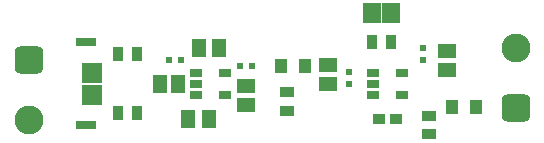
<source format=gbr>
%TF.GenerationSoftware,Altium Limited,Altium Designer,21.9.2 (33)*%
G04 Layer_Color=8388736*
%FSLAX45Y45*%
%MOMM*%
%TF.SameCoordinates,B38C24F6-9218-448E-869F-3EC4A9810878*%
%TF.FilePolarity,Negative*%
%TF.FileFunction,Soldermask,Top*%
%TF.Part,Single*%
G01*
G75*
%TA.AperFunction,SMDPad,CuDef*%
%ADD11R,0.90606X1.30981*%
%ADD12R,1.00000X1.25000*%
%ADD13R,1.30981X0.90606*%
%ADD14R,0.50000X0.50000*%
%ADD18R,0.50000X0.50000*%
%ADD21R,1.01708X0.94946*%
%TA.AperFunction,ComponentPad*%
%ADD31C,2.45320*%
G04:AMPARAMS|DCode=32|XSize=2.4532mm|YSize=2.4532mm|CornerRadius=0.6641mm|HoleSize=0mm|Usage=FLASHONLY|Rotation=270.000|XOffset=0mm|YOffset=0mm|HoleType=Round|Shape=RoundedRectangle|*
%AMROUNDEDRECTD32*
21,1,2.45320,1.12500,0,0,270.0*
21,1,1.12500,2.45320,0,0,270.0*
1,1,1.32820,-0.56250,-0.56250*
1,1,1.32820,-0.56250,0.56250*
1,1,1.32820,0.56250,0.56250*
1,1,1.32820,0.56250,-0.56250*
%
%ADD32ROUNDEDRECTD32*%
%TA.AperFunction,SMDPad,CuDef*%
%ADD33R,1.30320X1.60320*%
%ADD34R,0.85320X0.80320*%
%ADD35R,1.10320X0.80320*%
%ADD36R,1.55320X1.15320*%
%ADD37R,1.55320X1.65320*%
%ADD38R,1.75320X1.75320*%
%ADD39R,1.15320X1.55320*%
D11*
X4227608Y1100000D02*
D03*
X4072392D02*
D03*
X2077608Y1000000D02*
D03*
X1922392D02*
D03*
X2077608Y500000D02*
D03*
X1922392D02*
D03*
D12*
X4949998Y550000D02*
D03*
X4750002D02*
D03*
X3300002Y900000D02*
D03*
X3499998D02*
D03*
D13*
X4550000Y477608D02*
D03*
Y322392D02*
D03*
X3350000Y677608D02*
D03*
Y522392D02*
D03*
D14*
X2950000Y900000D02*
D03*
X3050000D02*
D03*
X2350000Y950000D02*
D03*
X2450000D02*
D03*
D18*
X4500000Y950000D02*
D03*
Y1050000D02*
D03*
X3875000Y750000D02*
D03*
Y850000D02*
D03*
D21*
X4273450Y450000D02*
D03*
X4126550D02*
D03*
D31*
X1164000Y446000D02*
D03*
X5286000Y1054000D02*
D03*
D32*
X1164000Y954000D02*
D03*
X5286000Y546000D02*
D03*
D33*
X2600000Y1050000D02*
D03*
X2775000D02*
D03*
X2687500Y450000D02*
D03*
X2512500D02*
D03*
D34*
X1607500Y1100000D02*
D03*
X1692500D02*
D03*
X1607500Y400000D02*
D03*
X1692500D02*
D03*
D35*
X4080000Y845000D02*
D03*
Y750000D02*
D03*
Y655000D02*
D03*
X4320000D02*
D03*
Y845000D02*
D03*
X2580000D02*
D03*
Y750000D02*
D03*
Y655000D02*
D03*
X2820000D02*
D03*
Y845000D02*
D03*
D36*
X4700000Y1030000D02*
D03*
Y870000D02*
D03*
X3700000Y905000D02*
D03*
Y745000D02*
D03*
X3000000Y730000D02*
D03*
Y570000D02*
D03*
D37*
X4067500Y1350000D02*
D03*
X4232500D02*
D03*
D38*
X1700000Y657500D02*
D03*
Y842500D02*
D03*
D39*
X2430000Y750000D02*
D03*
X2270000D02*
D03*
%TF.MD5,6980409c72aebeaf0d6d1c1b78ac32a3*%
M02*

</source>
